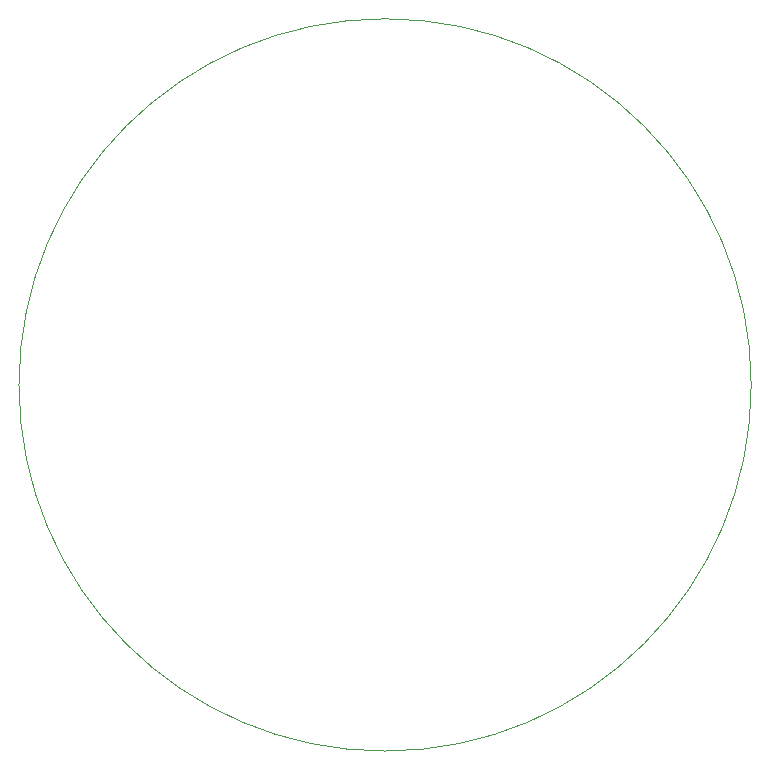
<source format=gbr>
G04 #@! TF.GenerationSoftware,KiCad,Pcbnew,5.0.2-bee76a0~70~ubuntu18.04.1*
G04 #@! TF.CreationDate,2018-11-28T17:48:58+01:00*
G04 #@! TF.ProjectId,AS5600_moveo_2_circ,41533536-3030-45f6-9d6f-76656f5f325f,rev?*
G04 #@! TF.SameCoordinates,Original*
G04 #@! TF.FileFunction,Profile,NP*
%FSLAX46Y46*%
G04 Gerber Fmt 4.6, Leading zero omitted, Abs format (unit mm)*
G04 Created by KiCad (PCBNEW 5.0.2-bee76a0~70~ubuntu18.04.1) date mié 28 nov 2018 17:48:58 CET*
%MOMM*%
%LPD*%
G01*
G04 APERTURE LIST*
%ADD10C,0.100000*%
G04 APERTURE END LIST*
D10*
X178675600Y-84620100D02*
G75*
G03X178675600Y-84620100I-31000000J0D01*
G01*
M02*

</source>
